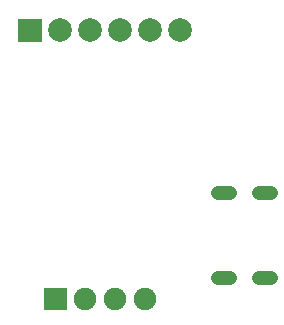
<source format=gbs>
G04 Layer: BottomSolderMaskLayer*
G04 EasyEDA v6.3.53, 2020-06-11T19:48:03+08:00*
G04 f0918c685c5a4818851a522c051890eb,45e1048b23574a55a66a4e5d38cdb7dd,10*
G04 Gerber Generator version 0.2*
G04 Scale: 100 percent, Rotated: No, Reflected: No *
G04 Dimensions in inches *
G04 leading zeros omitted , absolute positions ,2 integer and 4 decimal *
%FSLAX24Y24*%
%MOIN*%
G90*
G70D02*

%ADD31C,0.047370*%
%ADD34C,0.074929*%
%ADD40C,0.078866*%

%LPD*%
G54D31*
G01X12836Y4417D02*
G01X13229Y4417D01*
G01X12836Y1582D02*
G01X13229Y1582D01*
G01X11470Y4417D02*
G01X11863Y4417D01*
G01X11470Y1582D02*
G01X11863Y1582D01*
G36*
G01X5675Y525D02*
G01X5675Y1275D01*
G01X6425Y1275D01*
G01X6425Y525D01*
G01X5675Y525D01*
G37*
G54D34*
G01X7050Y900D03*
G01X8050Y900D03*
G01X9050Y900D03*
G36*
G01X4805Y9455D02*
G01X4805Y10244D01*
G01X5594Y10244D01*
G01X5594Y9455D01*
G01X4805Y9455D01*
G37*
G54D40*
G01X6200Y9850D03*
G01X7200Y9850D03*
G01X8200Y9850D03*
G01X9200Y9850D03*
G01X10200Y9850D03*
M00*
M02*

</source>
